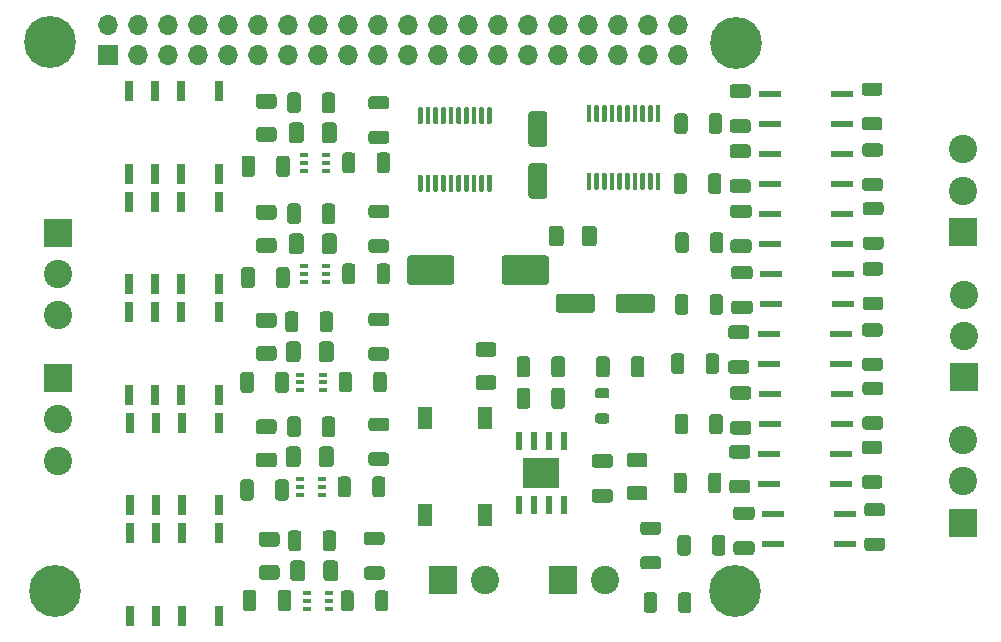
<source format=gbr>
G04 #@! TF.GenerationSoftware,KiCad,Pcbnew,(5.1.9)-1*
G04 #@! TF.CreationDate,2021-06-05T11:28:23-05:00*
G04 #@! TF.ProjectId,RASPBERRY 4 PI HAT,52415350-4245-4525-9259-203420504920,rev?*
G04 #@! TF.SameCoordinates,Original*
G04 #@! TF.FileFunction,Soldermask,Top*
G04 #@! TF.FilePolarity,Negative*
%FSLAX46Y46*%
G04 Gerber Fmt 4.6, Leading zero omitted, Abs format (unit mm)*
G04 Created by KiCad (PCBNEW (5.1.9)-1) date 2021-06-05 11:28:23*
%MOMM*%
%LPD*%
G01*
G04 APERTURE LIST*
%ADD10R,0.800000X1.800000*%
%ADD11C,2.400000*%
%ADD12R,2.400000X2.400000*%
%ADD13R,0.650000X0.400000*%
%ADD14O,1.700000X1.700000*%
%ADD15R,1.700000X1.700000*%
%ADD16C,0.700000*%
%ADD17C,4.400000*%
%ADD18R,1.200000X1.900000*%
%ADD19R,3.100000X2.600000*%
%ADD20R,0.600000X1.550000*%
%ADD21R,1.930000X0.590000*%
G04 APERTURE END LIST*
G36*
G01*
X146495000Y-104085000D02*
X147745000Y-104085000D01*
G75*
G02*
X147995000Y-104335000I0J-250000D01*
G01*
X147995000Y-105085000D01*
G75*
G02*
X147745000Y-105335000I-250000J0D01*
G01*
X146495000Y-105335000D01*
G75*
G02*
X146245000Y-105085000I0J250000D01*
G01*
X146245000Y-104335000D01*
G75*
G02*
X146495000Y-104085000I250000J0D01*
G01*
G37*
G36*
G01*
X146495000Y-101285000D02*
X147745000Y-101285000D01*
G75*
G02*
X147995000Y-101535000I0J-250000D01*
G01*
X147995000Y-102285000D01*
G75*
G02*
X147745000Y-102535000I-250000J0D01*
G01*
X146495000Y-102535000D01*
G75*
G02*
X146245000Y-102285000I0J250000D01*
G01*
X146245000Y-101535000D01*
G75*
G02*
X146495000Y-101285000I250000J0D01*
G01*
G37*
D10*
X124540000Y-98740000D03*
X121340000Y-98740000D03*
X119140000Y-98740000D03*
X116940000Y-98740000D03*
X116940000Y-105740000D03*
X119140000Y-105740000D03*
X121340000Y-105740000D03*
X124540000Y-105740000D03*
G36*
G01*
X129480000Y-123810001D02*
X129480000Y-122509999D01*
G75*
G02*
X129729999Y-122260000I249999J0D01*
G01*
X130380001Y-122260000D01*
G75*
G02*
X130630000Y-122509999I0J-249999D01*
G01*
X130630000Y-123810001D01*
G75*
G02*
X130380001Y-124060000I-249999J0D01*
G01*
X129729999Y-124060000D01*
G75*
G02*
X129480000Y-123810001I0J249999D01*
G01*
G37*
G36*
G01*
X126530000Y-123810001D02*
X126530000Y-122509999D01*
G75*
G02*
X126779999Y-122260000I249999J0D01*
G01*
X127430001Y-122260000D01*
G75*
G02*
X127680000Y-122509999I0J-249999D01*
G01*
X127680000Y-123810001D01*
G75*
G02*
X127430001Y-124060000I-249999J0D01*
G01*
X126779999Y-124060000D01*
G75*
G02*
X126530000Y-123810001I0J249999D01*
G01*
G37*
G36*
G01*
X129280000Y-105350001D02*
X129280000Y-104049999D01*
G75*
G02*
X129529999Y-103800000I249999J0D01*
G01*
X130180001Y-103800000D01*
G75*
G02*
X130430000Y-104049999I0J-249999D01*
G01*
X130430000Y-105350001D01*
G75*
G02*
X130180001Y-105600000I-249999J0D01*
G01*
X129529999Y-105600000D01*
G75*
G02*
X129280000Y-105350001I0J249999D01*
G01*
G37*
G36*
G01*
X126330000Y-105350001D02*
X126330000Y-104049999D01*
G75*
G02*
X126579999Y-103800000I249999J0D01*
G01*
X127230001Y-103800000D01*
G75*
G02*
X127480000Y-104049999I0J-249999D01*
G01*
X127480000Y-105350001D01*
G75*
G02*
X127230001Y-105600000I-249999J0D01*
G01*
X126579999Y-105600000D01*
G75*
G02*
X126330000Y-105350001I0J249999D01*
G01*
G37*
G36*
G01*
X129380000Y-87050001D02*
X129380000Y-85749999D01*
G75*
G02*
X129629999Y-85500000I249999J0D01*
G01*
X130280001Y-85500000D01*
G75*
G02*
X130530000Y-85749999I0J-249999D01*
G01*
X130530000Y-87050001D01*
G75*
G02*
X130280001Y-87300000I-249999J0D01*
G01*
X129629999Y-87300000D01*
G75*
G02*
X129380000Y-87050001I0J249999D01*
G01*
G37*
G36*
G01*
X126430000Y-87050001D02*
X126430000Y-85749999D01*
G75*
G02*
X126679999Y-85500000I249999J0D01*
G01*
X127330001Y-85500000D01*
G75*
G02*
X127580000Y-85749999I0J-249999D01*
G01*
X127580000Y-87050001D01*
G75*
G02*
X127330001Y-87300000I-249999J0D01*
G01*
X126679999Y-87300000D01*
G75*
G02*
X126430000Y-87050001I0J249999D01*
G01*
G37*
G36*
G01*
X129350000Y-96470001D02*
X129350000Y-95169999D01*
G75*
G02*
X129599999Y-94920000I249999J0D01*
G01*
X130250001Y-94920000D01*
G75*
G02*
X130500000Y-95169999I0J-249999D01*
G01*
X130500000Y-96470001D01*
G75*
G02*
X130250001Y-96720000I-249999J0D01*
G01*
X129599999Y-96720000D01*
G75*
G02*
X129350000Y-96470001I0J249999D01*
G01*
G37*
G36*
G01*
X126400000Y-96470001D02*
X126400000Y-95169999D01*
G75*
G02*
X126649999Y-94920000I249999J0D01*
G01*
X127300001Y-94920000D01*
G75*
G02*
X127550000Y-95169999I0J-249999D01*
G01*
X127550000Y-96470001D01*
G75*
G02*
X127300001Y-96720000I-249999J0D01*
G01*
X126649999Y-96720000D01*
G75*
G02*
X126400000Y-96470001I0J249999D01*
G01*
G37*
G36*
G01*
X129270000Y-114450001D02*
X129270000Y-113149999D01*
G75*
G02*
X129519999Y-112900000I249999J0D01*
G01*
X130170001Y-112900000D01*
G75*
G02*
X130420000Y-113149999I0J-249999D01*
G01*
X130420000Y-114450001D01*
G75*
G02*
X130170001Y-114700000I-249999J0D01*
G01*
X129519999Y-114700000D01*
G75*
G02*
X129270000Y-114450001I0J249999D01*
G01*
G37*
G36*
G01*
X126320000Y-114450001D02*
X126320000Y-113149999D01*
G75*
G02*
X126569999Y-112900000I249999J0D01*
G01*
X127220001Y-112900000D01*
G75*
G02*
X127470000Y-113149999I0J-249999D01*
G01*
X127470000Y-114450001D01*
G75*
G02*
X127220001Y-114700000I-249999J0D01*
G01*
X126569999Y-114700000D01*
G75*
G02*
X126320000Y-114450001I0J249999D01*
G01*
G37*
G36*
G01*
X148460000Y-96190000D02*
X148460000Y-94190000D01*
G75*
G02*
X148710000Y-93940000I250000J0D01*
G01*
X152210000Y-93940000D01*
G75*
G02*
X152460000Y-94190000I0J-250000D01*
G01*
X152460000Y-96190000D01*
G75*
G02*
X152210000Y-96440000I-250000J0D01*
G01*
X148710000Y-96440000D01*
G75*
G02*
X148460000Y-96190000I0J250000D01*
G01*
G37*
G36*
G01*
X140460000Y-96190000D02*
X140460000Y-94190000D01*
G75*
G02*
X140710000Y-93940000I250000J0D01*
G01*
X144210000Y-93940000D01*
G75*
G02*
X144460000Y-94190000I0J-250000D01*
G01*
X144460000Y-96190000D01*
G75*
G02*
X144210000Y-96440000I-250000J0D01*
G01*
X140710000Y-96440000D01*
G75*
G02*
X140460000Y-96190000I0J250000D01*
G01*
G37*
G36*
G01*
X158105000Y-98550000D02*
X158105000Y-97450000D01*
G75*
G02*
X158355000Y-97200000I250000J0D01*
G01*
X161180000Y-97200000D01*
G75*
G02*
X161430000Y-97450000I0J-250000D01*
G01*
X161430000Y-98550000D01*
G75*
G02*
X161180000Y-98800000I-250000J0D01*
G01*
X158355000Y-98800000D01*
G75*
G02*
X158105000Y-98550000I0J250000D01*
G01*
G37*
G36*
G01*
X153030000Y-98550000D02*
X153030000Y-97450000D01*
G75*
G02*
X153280000Y-97200000I250000J0D01*
G01*
X156105000Y-97200000D01*
G75*
G02*
X156355000Y-97450000I0J-250000D01*
G01*
X156355000Y-98550000D01*
G75*
G02*
X156105000Y-98800000I-250000J0D01*
G01*
X153280000Y-98800000D01*
G75*
G02*
X153030000Y-98550000I0J250000D01*
G01*
G37*
G36*
G01*
X166072500Y-98725003D02*
X166072500Y-97474997D01*
G75*
G02*
X166322497Y-97225000I249997J0D01*
G01*
X166947503Y-97225000D01*
G75*
G02*
X167197500Y-97474997I0J-249997D01*
G01*
X167197500Y-98725003D01*
G75*
G02*
X166947503Y-98975000I-249997J0D01*
G01*
X166322497Y-98975000D01*
G75*
G02*
X166072500Y-98725003I0J249997D01*
G01*
G37*
G36*
G01*
X163147500Y-98725003D02*
X163147500Y-97474997D01*
G75*
G02*
X163397497Y-97225000I249997J0D01*
G01*
X164022503Y-97225000D01*
G75*
G02*
X164272500Y-97474997I0J-249997D01*
G01*
X164272500Y-98725003D01*
G75*
G02*
X164022503Y-98975000I-249997J0D01*
G01*
X163397497Y-98975000D01*
G75*
G02*
X163147500Y-98725003I0J249997D01*
G01*
G37*
D11*
X187560000Y-97280000D03*
X187560000Y-100780000D03*
D12*
X187560000Y-104280000D03*
G36*
G01*
X147315000Y-87095000D02*
X147515000Y-87095000D01*
G75*
G02*
X147615000Y-87195000I0J-100000D01*
G01*
X147615000Y-88470000D01*
G75*
G02*
X147515000Y-88570000I-100000J0D01*
G01*
X147315000Y-88570000D01*
G75*
G02*
X147215000Y-88470000I0J100000D01*
G01*
X147215000Y-87195000D01*
G75*
G02*
X147315000Y-87095000I100000J0D01*
G01*
G37*
G36*
G01*
X146665000Y-87095000D02*
X146865000Y-87095000D01*
G75*
G02*
X146965000Y-87195000I0J-100000D01*
G01*
X146965000Y-88470000D01*
G75*
G02*
X146865000Y-88570000I-100000J0D01*
G01*
X146665000Y-88570000D01*
G75*
G02*
X146565000Y-88470000I0J100000D01*
G01*
X146565000Y-87195000D01*
G75*
G02*
X146665000Y-87095000I100000J0D01*
G01*
G37*
G36*
G01*
X146015000Y-87095000D02*
X146215000Y-87095000D01*
G75*
G02*
X146315000Y-87195000I0J-100000D01*
G01*
X146315000Y-88470000D01*
G75*
G02*
X146215000Y-88570000I-100000J0D01*
G01*
X146015000Y-88570000D01*
G75*
G02*
X145915000Y-88470000I0J100000D01*
G01*
X145915000Y-87195000D01*
G75*
G02*
X146015000Y-87095000I100000J0D01*
G01*
G37*
G36*
G01*
X145365000Y-87095000D02*
X145565000Y-87095000D01*
G75*
G02*
X145665000Y-87195000I0J-100000D01*
G01*
X145665000Y-88470000D01*
G75*
G02*
X145565000Y-88570000I-100000J0D01*
G01*
X145365000Y-88570000D01*
G75*
G02*
X145265000Y-88470000I0J100000D01*
G01*
X145265000Y-87195000D01*
G75*
G02*
X145365000Y-87095000I100000J0D01*
G01*
G37*
G36*
G01*
X144715000Y-87095000D02*
X144915000Y-87095000D01*
G75*
G02*
X145015000Y-87195000I0J-100000D01*
G01*
X145015000Y-88470000D01*
G75*
G02*
X144915000Y-88570000I-100000J0D01*
G01*
X144715000Y-88570000D01*
G75*
G02*
X144615000Y-88470000I0J100000D01*
G01*
X144615000Y-87195000D01*
G75*
G02*
X144715000Y-87095000I100000J0D01*
G01*
G37*
G36*
G01*
X144065000Y-87095000D02*
X144265000Y-87095000D01*
G75*
G02*
X144365000Y-87195000I0J-100000D01*
G01*
X144365000Y-88470000D01*
G75*
G02*
X144265000Y-88570000I-100000J0D01*
G01*
X144065000Y-88570000D01*
G75*
G02*
X143965000Y-88470000I0J100000D01*
G01*
X143965000Y-87195000D01*
G75*
G02*
X144065000Y-87095000I100000J0D01*
G01*
G37*
G36*
G01*
X143415000Y-87095000D02*
X143615000Y-87095000D01*
G75*
G02*
X143715000Y-87195000I0J-100000D01*
G01*
X143715000Y-88470000D01*
G75*
G02*
X143615000Y-88570000I-100000J0D01*
G01*
X143415000Y-88570000D01*
G75*
G02*
X143315000Y-88470000I0J100000D01*
G01*
X143315000Y-87195000D01*
G75*
G02*
X143415000Y-87095000I100000J0D01*
G01*
G37*
G36*
G01*
X142765000Y-87095000D02*
X142965000Y-87095000D01*
G75*
G02*
X143065000Y-87195000I0J-100000D01*
G01*
X143065000Y-88470000D01*
G75*
G02*
X142965000Y-88570000I-100000J0D01*
G01*
X142765000Y-88570000D01*
G75*
G02*
X142665000Y-88470000I0J100000D01*
G01*
X142665000Y-87195000D01*
G75*
G02*
X142765000Y-87095000I100000J0D01*
G01*
G37*
G36*
G01*
X142115000Y-87095000D02*
X142315000Y-87095000D01*
G75*
G02*
X142415000Y-87195000I0J-100000D01*
G01*
X142415000Y-88470000D01*
G75*
G02*
X142315000Y-88570000I-100000J0D01*
G01*
X142115000Y-88570000D01*
G75*
G02*
X142015000Y-88470000I0J100000D01*
G01*
X142015000Y-87195000D01*
G75*
G02*
X142115000Y-87095000I100000J0D01*
G01*
G37*
G36*
G01*
X141465000Y-87095000D02*
X141665000Y-87095000D01*
G75*
G02*
X141765000Y-87195000I0J-100000D01*
G01*
X141765000Y-88470000D01*
G75*
G02*
X141665000Y-88570000I-100000J0D01*
G01*
X141465000Y-88570000D01*
G75*
G02*
X141365000Y-88470000I0J100000D01*
G01*
X141365000Y-87195000D01*
G75*
G02*
X141465000Y-87095000I100000J0D01*
G01*
G37*
G36*
G01*
X141465000Y-81370000D02*
X141665000Y-81370000D01*
G75*
G02*
X141765000Y-81470000I0J-100000D01*
G01*
X141765000Y-82745000D01*
G75*
G02*
X141665000Y-82845000I-100000J0D01*
G01*
X141465000Y-82845000D01*
G75*
G02*
X141365000Y-82745000I0J100000D01*
G01*
X141365000Y-81470000D01*
G75*
G02*
X141465000Y-81370000I100000J0D01*
G01*
G37*
G36*
G01*
X142115000Y-81370000D02*
X142315000Y-81370000D01*
G75*
G02*
X142415000Y-81470000I0J-100000D01*
G01*
X142415000Y-82745000D01*
G75*
G02*
X142315000Y-82845000I-100000J0D01*
G01*
X142115000Y-82845000D01*
G75*
G02*
X142015000Y-82745000I0J100000D01*
G01*
X142015000Y-81470000D01*
G75*
G02*
X142115000Y-81370000I100000J0D01*
G01*
G37*
G36*
G01*
X142765000Y-81370000D02*
X142965000Y-81370000D01*
G75*
G02*
X143065000Y-81470000I0J-100000D01*
G01*
X143065000Y-82745000D01*
G75*
G02*
X142965000Y-82845000I-100000J0D01*
G01*
X142765000Y-82845000D01*
G75*
G02*
X142665000Y-82745000I0J100000D01*
G01*
X142665000Y-81470000D01*
G75*
G02*
X142765000Y-81370000I100000J0D01*
G01*
G37*
G36*
G01*
X143415000Y-81370000D02*
X143615000Y-81370000D01*
G75*
G02*
X143715000Y-81470000I0J-100000D01*
G01*
X143715000Y-82745000D01*
G75*
G02*
X143615000Y-82845000I-100000J0D01*
G01*
X143415000Y-82845000D01*
G75*
G02*
X143315000Y-82745000I0J100000D01*
G01*
X143315000Y-81470000D01*
G75*
G02*
X143415000Y-81370000I100000J0D01*
G01*
G37*
G36*
G01*
X144065000Y-81370000D02*
X144265000Y-81370000D01*
G75*
G02*
X144365000Y-81470000I0J-100000D01*
G01*
X144365000Y-82745000D01*
G75*
G02*
X144265000Y-82845000I-100000J0D01*
G01*
X144065000Y-82845000D01*
G75*
G02*
X143965000Y-82745000I0J100000D01*
G01*
X143965000Y-81470000D01*
G75*
G02*
X144065000Y-81370000I100000J0D01*
G01*
G37*
G36*
G01*
X144715000Y-81370000D02*
X144915000Y-81370000D01*
G75*
G02*
X145015000Y-81470000I0J-100000D01*
G01*
X145015000Y-82745000D01*
G75*
G02*
X144915000Y-82845000I-100000J0D01*
G01*
X144715000Y-82845000D01*
G75*
G02*
X144615000Y-82745000I0J100000D01*
G01*
X144615000Y-81470000D01*
G75*
G02*
X144715000Y-81370000I100000J0D01*
G01*
G37*
G36*
G01*
X145365000Y-81370000D02*
X145565000Y-81370000D01*
G75*
G02*
X145665000Y-81470000I0J-100000D01*
G01*
X145665000Y-82745000D01*
G75*
G02*
X145565000Y-82845000I-100000J0D01*
G01*
X145365000Y-82845000D01*
G75*
G02*
X145265000Y-82745000I0J100000D01*
G01*
X145265000Y-81470000D01*
G75*
G02*
X145365000Y-81370000I100000J0D01*
G01*
G37*
G36*
G01*
X146015000Y-81370000D02*
X146215000Y-81370000D01*
G75*
G02*
X146315000Y-81470000I0J-100000D01*
G01*
X146315000Y-82745000D01*
G75*
G02*
X146215000Y-82845000I-100000J0D01*
G01*
X146015000Y-82845000D01*
G75*
G02*
X145915000Y-82745000I0J100000D01*
G01*
X145915000Y-81470000D01*
G75*
G02*
X146015000Y-81370000I100000J0D01*
G01*
G37*
G36*
G01*
X146665000Y-81370000D02*
X146865000Y-81370000D01*
G75*
G02*
X146965000Y-81470000I0J-100000D01*
G01*
X146965000Y-82745000D01*
G75*
G02*
X146865000Y-82845000I-100000J0D01*
G01*
X146665000Y-82845000D01*
G75*
G02*
X146565000Y-82745000I0J100000D01*
G01*
X146565000Y-81470000D01*
G75*
G02*
X146665000Y-81370000I100000J0D01*
G01*
G37*
G36*
G01*
X147315000Y-81370000D02*
X147515000Y-81370000D01*
G75*
G02*
X147615000Y-81470000I0J-100000D01*
G01*
X147615000Y-82745000D01*
G75*
G02*
X147515000Y-82845000I-100000J0D01*
G01*
X147315000Y-82845000D01*
G75*
G02*
X147215000Y-82745000I0J100000D01*
G01*
X147215000Y-81470000D01*
G75*
G02*
X147315000Y-81370000I100000J0D01*
G01*
G37*
G36*
G01*
X161595000Y-86935000D02*
X161795000Y-86935000D01*
G75*
G02*
X161895000Y-87035000I0J-100000D01*
G01*
X161895000Y-88310000D01*
G75*
G02*
X161795000Y-88410000I-100000J0D01*
G01*
X161595000Y-88410000D01*
G75*
G02*
X161495000Y-88310000I0J100000D01*
G01*
X161495000Y-87035000D01*
G75*
G02*
X161595000Y-86935000I100000J0D01*
G01*
G37*
G36*
G01*
X160945000Y-86935000D02*
X161145000Y-86935000D01*
G75*
G02*
X161245000Y-87035000I0J-100000D01*
G01*
X161245000Y-88310000D01*
G75*
G02*
X161145000Y-88410000I-100000J0D01*
G01*
X160945000Y-88410000D01*
G75*
G02*
X160845000Y-88310000I0J100000D01*
G01*
X160845000Y-87035000D01*
G75*
G02*
X160945000Y-86935000I100000J0D01*
G01*
G37*
G36*
G01*
X160295000Y-86935000D02*
X160495000Y-86935000D01*
G75*
G02*
X160595000Y-87035000I0J-100000D01*
G01*
X160595000Y-88310000D01*
G75*
G02*
X160495000Y-88410000I-100000J0D01*
G01*
X160295000Y-88410000D01*
G75*
G02*
X160195000Y-88310000I0J100000D01*
G01*
X160195000Y-87035000D01*
G75*
G02*
X160295000Y-86935000I100000J0D01*
G01*
G37*
G36*
G01*
X159645000Y-86935000D02*
X159845000Y-86935000D01*
G75*
G02*
X159945000Y-87035000I0J-100000D01*
G01*
X159945000Y-88310000D01*
G75*
G02*
X159845000Y-88410000I-100000J0D01*
G01*
X159645000Y-88410000D01*
G75*
G02*
X159545000Y-88310000I0J100000D01*
G01*
X159545000Y-87035000D01*
G75*
G02*
X159645000Y-86935000I100000J0D01*
G01*
G37*
G36*
G01*
X158995000Y-86935000D02*
X159195000Y-86935000D01*
G75*
G02*
X159295000Y-87035000I0J-100000D01*
G01*
X159295000Y-88310000D01*
G75*
G02*
X159195000Y-88410000I-100000J0D01*
G01*
X158995000Y-88410000D01*
G75*
G02*
X158895000Y-88310000I0J100000D01*
G01*
X158895000Y-87035000D01*
G75*
G02*
X158995000Y-86935000I100000J0D01*
G01*
G37*
G36*
G01*
X158345000Y-86935000D02*
X158545000Y-86935000D01*
G75*
G02*
X158645000Y-87035000I0J-100000D01*
G01*
X158645000Y-88310000D01*
G75*
G02*
X158545000Y-88410000I-100000J0D01*
G01*
X158345000Y-88410000D01*
G75*
G02*
X158245000Y-88310000I0J100000D01*
G01*
X158245000Y-87035000D01*
G75*
G02*
X158345000Y-86935000I100000J0D01*
G01*
G37*
G36*
G01*
X157695000Y-86935000D02*
X157895000Y-86935000D01*
G75*
G02*
X157995000Y-87035000I0J-100000D01*
G01*
X157995000Y-88310000D01*
G75*
G02*
X157895000Y-88410000I-100000J0D01*
G01*
X157695000Y-88410000D01*
G75*
G02*
X157595000Y-88310000I0J100000D01*
G01*
X157595000Y-87035000D01*
G75*
G02*
X157695000Y-86935000I100000J0D01*
G01*
G37*
G36*
G01*
X157045000Y-86935000D02*
X157245000Y-86935000D01*
G75*
G02*
X157345000Y-87035000I0J-100000D01*
G01*
X157345000Y-88310000D01*
G75*
G02*
X157245000Y-88410000I-100000J0D01*
G01*
X157045000Y-88410000D01*
G75*
G02*
X156945000Y-88310000I0J100000D01*
G01*
X156945000Y-87035000D01*
G75*
G02*
X157045000Y-86935000I100000J0D01*
G01*
G37*
G36*
G01*
X156395000Y-86935000D02*
X156595000Y-86935000D01*
G75*
G02*
X156695000Y-87035000I0J-100000D01*
G01*
X156695000Y-88310000D01*
G75*
G02*
X156595000Y-88410000I-100000J0D01*
G01*
X156395000Y-88410000D01*
G75*
G02*
X156295000Y-88310000I0J100000D01*
G01*
X156295000Y-87035000D01*
G75*
G02*
X156395000Y-86935000I100000J0D01*
G01*
G37*
G36*
G01*
X155745000Y-86935000D02*
X155945000Y-86935000D01*
G75*
G02*
X156045000Y-87035000I0J-100000D01*
G01*
X156045000Y-88310000D01*
G75*
G02*
X155945000Y-88410000I-100000J0D01*
G01*
X155745000Y-88410000D01*
G75*
G02*
X155645000Y-88310000I0J100000D01*
G01*
X155645000Y-87035000D01*
G75*
G02*
X155745000Y-86935000I100000J0D01*
G01*
G37*
G36*
G01*
X155745000Y-81210000D02*
X155945000Y-81210000D01*
G75*
G02*
X156045000Y-81310000I0J-100000D01*
G01*
X156045000Y-82585000D01*
G75*
G02*
X155945000Y-82685000I-100000J0D01*
G01*
X155745000Y-82685000D01*
G75*
G02*
X155645000Y-82585000I0J100000D01*
G01*
X155645000Y-81310000D01*
G75*
G02*
X155745000Y-81210000I100000J0D01*
G01*
G37*
G36*
G01*
X156395000Y-81210000D02*
X156595000Y-81210000D01*
G75*
G02*
X156695000Y-81310000I0J-100000D01*
G01*
X156695000Y-82585000D01*
G75*
G02*
X156595000Y-82685000I-100000J0D01*
G01*
X156395000Y-82685000D01*
G75*
G02*
X156295000Y-82585000I0J100000D01*
G01*
X156295000Y-81310000D01*
G75*
G02*
X156395000Y-81210000I100000J0D01*
G01*
G37*
G36*
G01*
X157045000Y-81210000D02*
X157245000Y-81210000D01*
G75*
G02*
X157345000Y-81310000I0J-100000D01*
G01*
X157345000Y-82585000D01*
G75*
G02*
X157245000Y-82685000I-100000J0D01*
G01*
X157045000Y-82685000D01*
G75*
G02*
X156945000Y-82585000I0J100000D01*
G01*
X156945000Y-81310000D01*
G75*
G02*
X157045000Y-81210000I100000J0D01*
G01*
G37*
G36*
G01*
X157695000Y-81210000D02*
X157895000Y-81210000D01*
G75*
G02*
X157995000Y-81310000I0J-100000D01*
G01*
X157995000Y-82585000D01*
G75*
G02*
X157895000Y-82685000I-100000J0D01*
G01*
X157695000Y-82685000D01*
G75*
G02*
X157595000Y-82585000I0J100000D01*
G01*
X157595000Y-81310000D01*
G75*
G02*
X157695000Y-81210000I100000J0D01*
G01*
G37*
G36*
G01*
X158345000Y-81210000D02*
X158545000Y-81210000D01*
G75*
G02*
X158645000Y-81310000I0J-100000D01*
G01*
X158645000Y-82585000D01*
G75*
G02*
X158545000Y-82685000I-100000J0D01*
G01*
X158345000Y-82685000D01*
G75*
G02*
X158245000Y-82585000I0J100000D01*
G01*
X158245000Y-81310000D01*
G75*
G02*
X158345000Y-81210000I100000J0D01*
G01*
G37*
G36*
G01*
X158995000Y-81210000D02*
X159195000Y-81210000D01*
G75*
G02*
X159295000Y-81310000I0J-100000D01*
G01*
X159295000Y-82585000D01*
G75*
G02*
X159195000Y-82685000I-100000J0D01*
G01*
X158995000Y-82685000D01*
G75*
G02*
X158895000Y-82585000I0J100000D01*
G01*
X158895000Y-81310000D01*
G75*
G02*
X158995000Y-81210000I100000J0D01*
G01*
G37*
G36*
G01*
X159645000Y-81210000D02*
X159845000Y-81210000D01*
G75*
G02*
X159945000Y-81310000I0J-100000D01*
G01*
X159945000Y-82585000D01*
G75*
G02*
X159845000Y-82685000I-100000J0D01*
G01*
X159645000Y-82685000D01*
G75*
G02*
X159545000Y-82585000I0J100000D01*
G01*
X159545000Y-81310000D01*
G75*
G02*
X159645000Y-81210000I100000J0D01*
G01*
G37*
G36*
G01*
X160295000Y-81210000D02*
X160495000Y-81210000D01*
G75*
G02*
X160595000Y-81310000I0J-100000D01*
G01*
X160595000Y-82585000D01*
G75*
G02*
X160495000Y-82685000I-100000J0D01*
G01*
X160295000Y-82685000D01*
G75*
G02*
X160195000Y-82585000I0J100000D01*
G01*
X160195000Y-81310000D01*
G75*
G02*
X160295000Y-81210000I100000J0D01*
G01*
G37*
G36*
G01*
X160945000Y-81210000D02*
X161145000Y-81210000D01*
G75*
G02*
X161245000Y-81310000I0J-100000D01*
G01*
X161245000Y-82585000D01*
G75*
G02*
X161145000Y-82685000I-100000J0D01*
G01*
X160945000Y-82685000D01*
G75*
G02*
X160845000Y-82585000I0J100000D01*
G01*
X160845000Y-81310000D01*
G75*
G02*
X160945000Y-81210000I100000J0D01*
G01*
G37*
G36*
G01*
X161595000Y-81210000D02*
X161795000Y-81210000D01*
G75*
G02*
X161895000Y-81310000I0J-100000D01*
G01*
X161895000Y-82585000D01*
G75*
G02*
X161795000Y-82685000I-100000J0D01*
G01*
X161595000Y-82685000D01*
G75*
G02*
X161495000Y-82585000I0J100000D01*
G01*
X161495000Y-81310000D01*
G75*
G02*
X161595000Y-81210000I100000J0D01*
G01*
G37*
D10*
X124560000Y-117480000D03*
X121360000Y-117480000D03*
X119160000Y-117480000D03*
X116960000Y-117480000D03*
X116960000Y-124480000D03*
X119160000Y-124480000D03*
X121360000Y-124480000D03*
X124560000Y-124480000D03*
X124560000Y-108100000D03*
X121360000Y-108100000D03*
X119160000Y-108100000D03*
X116960000Y-108100000D03*
X116960000Y-115100000D03*
X119160000Y-115100000D03*
X121360000Y-115100000D03*
X124560000Y-115100000D03*
X124530000Y-89390000D03*
X121330000Y-89390000D03*
X119130000Y-89390000D03*
X116930000Y-89390000D03*
X116930000Y-96390000D03*
X119130000Y-96390000D03*
X121330000Y-96390000D03*
X124530000Y-96390000D03*
X124520000Y-80010000D03*
X121320000Y-80010000D03*
X119120000Y-80010000D03*
X116920000Y-80010000D03*
X116920000Y-87010000D03*
X119120000Y-87010000D03*
X121320000Y-87010000D03*
X124520000Y-87010000D03*
G36*
G01*
X152070000Y-84750000D02*
X150970000Y-84750000D01*
G75*
G02*
X150720000Y-84500000I0J250000D01*
G01*
X150720000Y-82000000D01*
G75*
G02*
X150970000Y-81750000I250000J0D01*
G01*
X152070000Y-81750000D01*
G75*
G02*
X152320000Y-82000000I0J-250000D01*
G01*
X152320000Y-84500000D01*
G75*
G02*
X152070000Y-84750000I-250000J0D01*
G01*
G37*
G36*
G01*
X152070000Y-89150000D02*
X150970000Y-89150000D01*
G75*
G02*
X150720000Y-88900000I0J250000D01*
G01*
X150720000Y-86400000D01*
G75*
G02*
X150970000Y-86150000I250000J0D01*
G01*
X152070000Y-86150000D01*
G75*
G02*
X152320000Y-86400000I0J-250000D01*
G01*
X152320000Y-88900000D01*
G75*
G02*
X152070000Y-89150000I-250000J0D01*
G01*
G37*
G36*
G01*
X135782500Y-104044997D02*
X135782500Y-105295003D01*
G75*
G02*
X135532503Y-105545000I-249997J0D01*
G01*
X134907497Y-105545000D01*
G75*
G02*
X134657500Y-105295003I0J249997D01*
G01*
X134657500Y-104044997D01*
G75*
G02*
X134907497Y-103795000I249997J0D01*
G01*
X135532503Y-103795000D01*
G75*
G02*
X135782500Y-104044997I0J-249997D01*
G01*
G37*
G36*
G01*
X138707500Y-104044997D02*
X138707500Y-105295003D01*
G75*
G02*
X138457503Y-105545000I-249997J0D01*
G01*
X137832497Y-105545000D01*
G75*
G02*
X137582500Y-105295003I0J249997D01*
G01*
X137582500Y-104044997D01*
G75*
G02*
X137832497Y-103795000I249997J0D01*
G01*
X138457503Y-103795000D01*
G75*
G02*
X138707500Y-104044997I0J-249997D01*
G01*
G37*
D13*
X131420000Y-105340000D03*
X131420000Y-104040000D03*
X133320000Y-104690000D03*
X131420000Y-104690000D03*
X133320000Y-104040000D03*
X133320000Y-105340000D03*
D14*
X163390000Y-74430000D03*
X163390000Y-76970000D03*
X160850000Y-74430000D03*
X160850000Y-76970000D03*
X158310000Y-74430000D03*
X158310000Y-76970000D03*
X155770000Y-74430000D03*
X155770000Y-76970000D03*
X153230000Y-74430000D03*
X153230000Y-76970000D03*
X150690000Y-74430000D03*
X150690000Y-76970000D03*
X148150000Y-74430000D03*
X148150000Y-76970000D03*
X145610000Y-74430000D03*
X145610000Y-76970000D03*
X143070000Y-74430000D03*
X143070000Y-76970000D03*
X140530000Y-74430000D03*
X140530000Y-76970000D03*
X137990000Y-74430000D03*
X137990000Y-76970000D03*
X135450000Y-74430000D03*
X135450000Y-76970000D03*
X132910000Y-74430000D03*
X132910000Y-76970000D03*
X130370000Y-74430000D03*
X130370000Y-76970000D03*
X127830000Y-74430000D03*
X127830000Y-76970000D03*
X125290000Y-74430000D03*
X125290000Y-76970000D03*
X122750000Y-74430000D03*
X122750000Y-76970000D03*
X120210000Y-74430000D03*
X120210000Y-76970000D03*
X117670000Y-74430000D03*
X117670000Y-76970000D03*
X115130000Y-74430000D03*
D15*
X115130000Y-76970000D03*
D16*
X111802726Y-121157274D03*
X110636000Y-120674000D03*
X109469274Y-121157274D03*
X108986000Y-122324000D03*
X109469274Y-123490726D03*
X110636000Y-123974000D03*
X111802726Y-123490726D03*
X112286000Y-122324000D03*
D17*
X110636000Y-122324000D03*
D16*
X169350726Y-121227274D03*
X168184000Y-120744000D03*
X167017274Y-121227274D03*
X166534000Y-122394000D03*
X167017274Y-123560726D03*
X168184000Y-124044000D03*
X169350726Y-123560726D03*
X169834000Y-122394000D03*
D17*
X168184000Y-122394000D03*
D16*
X169470000Y-74756548D03*
X168303274Y-74273274D03*
X167136548Y-74756548D03*
X166653274Y-75923274D03*
X167136548Y-77090000D03*
X168303274Y-77573274D03*
X169470000Y-77090000D03*
X169953274Y-75923274D03*
D17*
X168303274Y-75923274D03*
D16*
X111366726Y-74713274D03*
X110200000Y-74230000D03*
X109033274Y-74713274D03*
X108550000Y-75880000D03*
X109033274Y-77046726D03*
X110200000Y-77530000D03*
X111366726Y-77046726D03*
X111850000Y-75880000D03*
D17*
X110200000Y-75880000D03*
D18*
X141986000Y-107696000D03*
X147086000Y-107696000D03*
X141986000Y-115946000D03*
X147086000Y-115946000D03*
G36*
G01*
X169298001Y-80620000D02*
X167997999Y-80620000D01*
G75*
G02*
X167748000Y-80370001I0J249999D01*
G01*
X167748000Y-79719999D01*
G75*
G02*
X167997999Y-79470000I249999J0D01*
G01*
X169298001Y-79470000D01*
G75*
G02*
X169548000Y-79719999I0J-249999D01*
G01*
X169548000Y-80370001D01*
G75*
G02*
X169298001Y-80620000I-249999J0D01*
G01*
G37*
G36*
G01*
X169298001Y-83570000D02*
X167997999Y-83570000D01*
G75*
G02*
X167748000Y-83320001I0J249999D01*
G01*
X167748000Y-82669999D01*
G75*
G02*
X167997999Y-82420000I249999J0D01*
G01*
X169298001Y-82420000D01*
G75*
G02*
X169548000Y-82669999I0J-249999D01*
G01*
X169548000Y-83320001D01*
G75*
G02*
X169298001Y-83570000I-249999J0D01*
G01*
G37*
G36*
G01*
X169298001Y-88650000D02*
X167997999Y-88650000D01*
G75*
G02*
X167748000Y-88400001I0J249999D01*
G01*
X167748000Y-87749999D01*
G75*
G02*
X167997999Y-87500000I249999J0D01*
G01*
X169298001Y-87500000D01*
G75*
G02*
X169548000Y-87749999I0J-249999D01*
G01*
X169548000Y-88400001D01*
G75*
G02*
X169298001Y-88650000I-249999J0D01*
G01*
G37*
G36*
G01*
X169298001Y-85700000D02*
X167997999Y-85700000D01*
G75*
G02*
X167748000Y-85450001I0J249999D01*
G01*
X167748000Y-84799999D01*
G75*
G02*
X167997999Y-84550000I249999J0D01*
G01*
X169298001Y-84550000D01*
G75*
G02*
X169548000Y-84799999I0J-249999D01*
G01*
X169548000Y-85450001D01*
G75*
G02*
X169298001Y-85700000I-249999J0D01*
G01*
G37*
G36*
G01*
X169370001Y-90795000D02*
X168069999Y-90795000D01*
G75*
G02*
X167820000Y-90545001I0J249999D01*
G01*
X167820000Y-89894999D01*
G75*
G02*
X168069999Y-89645000I249999J0D01*
G01*
X169370001Y-89645000D01*
G75*
G02*
X169620000Y-89894999I0J-249999D01*
G01*
X169620000Y-90545001D01*
G75*
G02*
X169370001Y-90795000I-249999J0D01*
G01*
G37*
G36*
G01*
X169370001Y-93745000D02*
X168069999Y-93745000D01*
G75*
G02*
X167820000Y-93495001I0J249999D01*
G01*
X167820000Y-92844999D01*
G75*
G02*
X168069999Y-92595000I249999J0D01*
G01*
X169370001Y-92595000D01*
G75*
G02*
X169620000Y-92844999I0J-249999D01*
G01*
X169620000Y-93495001D01*
G75*
G02*
X169370001Y-93745000I-249999J0D01*
G01*
G37*
G36*
G01*
X169450001Y-95975000D02*
X168149999Y-95975000D01*
G75*
G02*
X167900000Y-95725001I0J249999D01*
G01*
X167900000Y-95074999D01*
G75*
G02*
X168149999Y-94825000I249999J0D01*
G01*
X169450001Y-94825000D01*
G75*
G02*
X169700000Y-95074999I0J-249999D01*
G01*
X169700000Y-95725001D01*
G75*
G02*
X169450001Y-95975000I-249999J0D01*
G01*
G37*
G36*
G01*
X169450001Y-98925000D02*
X168149999Y-98925000D01*
G75*
G02*
X167900000Y-98675001I0J249999D01*
G01*
X167900000Y-98024999D01*
G75*
G02*
X168149999Y-97775000I249999J0D01*
G01*
X169450001Y-97775000D01*
G75*
G02*
X169700000Y-98024999I0J-249999D01*
G01*
X169700000Y-98675001D01*
G75*
G02*
X169450001Y-98925000I-249999J0D01*
G01*
G37*
G36*
G01*
X169180001Y-103975000D02*
X167879999Y-103975000D01*
G75*
G02*
X167630000Y-103725001I0J249999D01*
G01*
X167630000Y-103074999D01*
G75*
G02*
X167879999Y-102825000I249999J0D01*
G01*
X169180001Y-102825000D01*
G75*
G02*
X169430000Y-103074999I0J-249999D01*
G01*
X169430000Y-103725001D01*
G75*
G02*
X169180001Y-103975000I-249999J0D01*
G01*
G37*
G36*
G01*
X169180001Y-101025000D02*
X167879999Y-101025000D01*
G75*
G02*
X167630000Y-100775001I0J249999D01*
G01*
X167630000Y-100124999D01*
G75*
G02*
X167879999Y-99875000I249999J0D01*
G01*
X169180001Y-99875000D01*
G75*
G02*
X169430000Y-100124999I0J-249999D01*
G01*
X169430000Y-100775001D01*
G75*
G02*
X169180001Y-101025000I-249999J0D01*
G01*
G37*
G36*
G01*
X169340001Y-109115000D02*
X168039999Y-109115000D01*
G75*
G02*
X167790000Y-108865001I0J249999D01*
G01*
X167790000Y-108214999D01*
G75*
G02*
X168039999Y-107965000I249999J0D01*
G01*
X169340001Y-107965000D01*
G75*
G02*
X169590000Y-108214999I0J-249999D01*
G01*
X169590000Y-108865001D01*
G75*
G02*
X169340001Y-109115000I-249999J0D01*
G01*
G37*
G36*
G01*
X169340001Y-106165000D02*
X168039999Y-106165000D01*
G75*
G02*
X167790000Y-105915001I0J249999D01*
G01*
X167790000Y-105264999D01*
G75*
G02*
X168039999Y-105015000I249999J0D01*
G01*
X169340001Y-105015000D01*
G75*
G02*
X169590000Y-105264999I0J-249999D01*
G01*
X169590000Y-105915001D01*
G75*
G02*
X169340001Y-106165000I-249999J0D01*
G01*
G37*
G36*
G01*
X169260001Y-114095000D02*
X167959999Y-114095000D01*
G75*
G02*
X167710000Y-113845001I0J249999D01*
G01*
X167710000Y-113194999D01*
G75*
G02*
X167959999Y-112945000I249999J0D01*
G01*
X169260001Y-112945000D01*
G75*
G02*
X169510000Y-113194999I0J-249999D01*
G01*
X169510000Y-113845001D01*
G75*
G02*
X169260001Y-114095000I-249999J0D01*
G01*
G37*
G36*
G01*
X169260001Y-111145000D02*
X167959999Y-111145000D01*
G75*
G02*
X167710000Y-110895001I0J249999D01*
G01*
X167710000Y-110244999D01*
G75*
G02*
X167959999Y-109995000I249999J0D01*
G01*
X169260001Y-109995000D01*
G75*
G02*
X169510000Y-110244999I0J-249999D01*
G01*
X169510000Y-110895001D01*
G75*
G02*
X169260001Y-111145000I-249999J0D01*
G01*
G37*
G36*
G01*
X169620001Y-119305000D02*
X168319999Y-119305000D01*
G75*
G02*
X168070000Y-119055001I0J249999D01*
G01*
X168070000Y-118404999D01*
G75*
G02*
X168319999Y-118155000I249999J0D01*
G01*
X169620001Y-118155000D01*
G75*
G02*
X169870000Y-118404999I0J-249999D01*
G01*
X169870000Y-119055001D01*
G75*
G02*
X169620001Y-119305000I-249999J0D01*
G01*
G37*
G36*
G01*
X169620001Y-116355000D02*
X168319999Y-116355000D01*
G75*
G02*
X168070000Y-116105001I0J249999D01*
G01*
X168070000Y-115454999D01*
G75*
G02*
X168319999Y-115205000I249999J0D01*
G01*
X169620001Y-115205000D01*
G75*
G02*
X169870000Y-115454999I0J-249999D01*
G01*
X169870000Y-116105001D01*
G75*
G02*
X169620001Y-116355000I-249999J0D01*
G01*
G37*
G36*
G01*
X152665000Y-104028001D02*
X152665000Y-102727999D01*
G75*
G02*
X152914999Y-102478000I249999J0D01*
G01*
X153565001Y-102478000D01*
G75*
G02*
X153815000Y-102727999I0J-249999D01*
G01*
X153815000Y-104028001D01*
G75*
G02*
X153565001Y-104278000I-249999J0D01*
G01*
X152914999Y-104278000D01*
G75*
G02*
X152665000Y-104028001I0J249999D01*
G01*
G37*
G36*
G01*
X149715000Y-104028001D02*
X149715000Y-102727999D01*
G75*
G02*
X149964999Y-102478000I249999J0D01*
G01*
X150615001Y-102478000D01*
G75*
G02*
X150865000Y-102727999I0J-249999D01*
G01*
X150865000Y-104028001D01*
G75*
G02*
X150615001Y-104278000I-249999J0D01*
G01*
X149964999Y-104278000D01*
G75*
G02*
X149715000Y-104028001I0J249999D01*
G01*
G37*
G36*
G01*
X129149000Y-84321000D02*
X127899000Y-84321000D01*
G75*
G02*
X127649000Y-84071000I0J250000D01*
G01*
X127649000Y-83321000D01*
G75*
G02*
X127899000Y-83071000I250000J0D01*
G01*
X129149000Y-83071000D01*
G75*
G02*
X129399000Y-83321000I0J-250000D01*
G01*
X129399000Y-84071000D01*
G75*
G02*
X129149000Y-84321000I-250000J0D01*
G01*
G37*
G36*
G01*
X129149000Y-81521000D02*
X127899000Y-81521000D01*
G75*
G02*
X127649000Y-81271000I0J250000D01*
G01*
X127649000Y-80521000D01*
G75*
G02*
X127899000Y-80271000I250000J0D01*
G01*
X129149000Y-80271000D01*
G75*
G02*
X129399000Y-80521000I0J-250000D01*
G01*
X129399000Y-81271000D01*
G75*
G02*
X129149000Y-81521000I-250000J0D01*
G01*
G37*
G36*
G01*
X129149000Y-90919000D02*
X127899000Y-90919000D01*
G75*
G02*
X127649000Y-90669000I0J250000D01*
G01*
X127649000Y-89919000D01*
G75*
G02*
X127899000Y-89669000I250000J0D01*
G01*
X129149000Y-89669000D01*
G75*
G02*
X129399000Y-89919000I0J-250000D01*
G01*
X129399000Y-90669000D01*
G75*
G02*
X129149000Y-90919000I-250000J0D01*
G01*
G37*
G36*
G01*
X129149000Y-93719000D02*
X127899000Y-93719000D01*
G75*
G02*
X127649000Y-93469000I0J250000D01*
G01*
X127649000Y-92719000D01*
G75*
G02*
X127899000Y-92469000I250000J0D01*
G01*
X129149000Y-92469000D01*
G75*
G02*
X129399000Y-92719000I0J-250000D01*
G01*
X129399000Y-93469000D01*
G75*
G02*
X129149000Y-93719000I-250000J0D01*
G01*
G37*
G36*
G01*
X129149000Y-111883000D02*
X127899000Y-111883000D01*
G75*
G02*
X127649000Y-111633000I0J250000D01*
G01*
X127649000Y-110883000D01*
G75*
G02*
X127899000Y-110633000I250000J0D01*
G01*
X129149000Y-110633000D01*
G75*
G02*
X129399000Y-110883000I0J-250000D01*
G01*
X129399000Y-111633000D01*
G75*
G02*
X129149000Y-111883000I-250000J0D01*
G01*
G37*
G36*
G01*
X129149000Y-109083000D02*
X127899000Y-109083000D01*
G75*
G02*
X127649000Y-108833000I0J250000D01*
G01*
X127649000Y-108083000D01*
G75*
G02*
X127899000Y-107833000I250000J0D01*
G01*
X129149000Y-107833000D01*
G75*
G02*
X129399000Y-108083000I0J-250000D01*
G01*
X129399000Y-108833000D01*
G75*
G02*
X129149000Y-109083000I-250000J0D01*
G01*
G37*
G36*
G01*
X129403000Y-121405000D02*
X128153000Y-121405000D01*
G75*
G02*
X127903000Y-121155000I0J250000D01*
G01*
X127903000Y-120405000D01*
G75*
G02*
X128153000Y-120155000I250000J0D01*
G01*
X129403000Y-120155000D01*
G75*
G02*
X129653000Y-120405000I0J-250000D01*
G01*
X129653000Y-121155000D01*
G75*
G02*
X129403000Y-121405000I-250000J0D01*
G01*
G37*
G36*
G01*
X129403000Y-118605000D02*
X128153000Y-118605000D01*
G75*
G02*
X127903000Y-118355000I0J250000D01*
G01*
X127903000Y-117605000D01*
G75*
G02*
X128153000Y-117355000I250000J0D01*
G01*
X129403000Y-117355000D01*
G75*
G02*
X129653000Y-117605000I0J-250000D01*
G01*
X129653000Y-118355000D01*
G75*
G02*
X129403000Y-118605000I-250000J0D01*
G01*
G37*
G36*
G01*
X129149000Y-100063000D02*
X127899000Y-100063000D01*
G75*
G02*
X127649000Y-99813000I0J250000D01*
G01*
X127649000Y-99063000D01*
G75*
G02*
X127899000Y-98813000I250000J0D01*
G01*
X129149000Y-98813000D01*
G75*
G02*
X129399000Y-99063000I0J-250000D01*
G01*
X129399000Y-99813000D01*
G75*
G02*
X129149000Y-100063000I-250000J0D01*
G01*
G37*
G36*
G01*
X129149000Y-102863000D02*
X127899000Y-102863000D01*
G75*
G02*
X127649000Y-102613000I0J250000D01*
G01*
X127649000Y-101863000D01*
G75*
G02*
X127899000Y-101613000I250000J0D01*
G01*
X129149000Y-101613000D01*
G75*
G02*
X129399000Y-101863000I0J-250000D01*
G01*
X129399000Y-102613000D01*
G75*
G02*
X129149000Y-102863000I-250000J0D01*
G01*
G37*
G36*
G01*
X152445000Y-92935000D02*
X152445000Y-91685000D01*
G75*
G02*
X152695000Y-91435000I250000J0D01*
G01*
X153445000Y-91435000D01*
G75*
G02*
X153695000Y-91685000I0J-250000D01*
G01*
X153695000Y-92935000D01*
G75*
G02*
X153445000Y-93185000I-250000J0D01*
G01*
X152695000Y-93185000D01*
G75*
G02*
X152445000Y-92935000I0J250000D01*
G01*
G37*
G36*
G01*
X155245000Y-92935000D02*
X155245000Y-91685000D01*
G75*
G02*
X155495000Y-91435000I250000J0D01*
G01*
X156245000Y-91435000D01*
G75*
G02*
X156495000Y-91685000I0J-250000D01*
G01*
X156495000Y-92935000D01*
G75*
G02*
X156245000Y-93185000I-250000J0D01*
G01*
X155495000Y-93185000D01*
G75*
G02*
X155245000Y-92935000I0J250000D01*
G01*
G37*
D13*
X131704000Y-86756000D03*
X131704000Y-85456000D03*
X133604000Y-86106000D03*
X131704000Y-86106000D03*
X133604000Y-85456000D03*
X133604000Y-86756000D03*
X133604000Y-96154000D03*
X133604000Y-94854000D03*
X131704000Y-95504000D03*
X133604000Y-95504000D03*
X131704000Y-94854000D03*
X131704000Y-96154000D03*
X131384000Y-114188000D03*
X131384000Y-112888000D03*
X133284000Y-113538000D03*
X131384000Y-113538000D03*
X133284000Y-112888000D03*
X133284000Y-114188000D03*
X133858000Y-123840000D03*
X133858000Y-122540000D03*
X131958000Y-123190000D03*
X133858000Y-123190000D03*
X131958000Y-122540000D03*
X131958000Y-123840000D03*
G36*
G01*
X179194997Y-79315000D02*
X180445003Y-79315000D01*
G75*
G02*
X180695000Y-79564997I0J-249997D01*
G01*
X180695000Y-80190003D01*
G75*
G02*
X180445003Y-80440000I-249997J0D01*
G01*
X179194997Y-80440000D01*
G75*
G02*
X178945000Y-80190003I0J249997D01*
G01*
X178945000Y-79564997D01*
G75*
G02*
X179194997Y-79315000I249997J0D01*
G01*
G37*
G36*
G01*
X179194997Y-82240000D02*
X180445003Y-82240000D01*
G75*
G02*
X180695000Y-82489997I0J-249997D01*
G01*
X180695000Y-83115003D01*
G75*
G02*
X180445003Y-83365000I-249997J0D01*
G01*
X179194997Y-83365000D01*
G75*
G02*
X178945000Y-83115003I0J249997D01*
G01*
X178945000Y-82489997D01*
G75*
G02*
X179194997Y-82240000I249997J0D01*
G01*
G37*
G36*
G01*
X179234997Y-87380000D02*
X180485003Y-87380000D01*
G75*
G02*
X180735000Y-87629997I0J-249997D01*
G01*
X180735000Y-88255003D01*
G75*
G02*
X180485003Y-88505000I-249997J0D01*
G01*
X179234997Y-88505000D01*
G75*
G02*
X178985000Y-88255003I0J249997D01*
G01*
X178985000Y-87629997D01*
G75*
G02*
X179234997Y-87380000I249997J0D01*
G01*
G37*
G36*
G01*
X179234750Y-84455000D02*
X180485250Y-84455000D01*
G75*
G02*
X180735000Y-84704750I0J-249750D01*
G01*
X180735000Y-85330250D01*
G75*
G02*
X180485250Y-85580000I-249750J0D01*
G01*
X179234750Y-85580000D01*
G75*
G02*
X178985000Y-85330250I0J249750D01*
G01*
X178985000Y-84704750D01*
G75*
G02*
X179234750Y-84455000I249750J0D01*
G01*
G37*
G36*
G01*
X179284750Y-89422500D02*
X180535250Y-89422500D01*
G75*
G02*
X180785000Y-89672250I0J-249750D01*
G01*
X180785000Y-90297750D01*
G75*
G02*
X180535250Y-90547500I-249750J0D01*
G01*
X179284750Y-90547500D01*
G75*
G02*
X179035000Y-90297750I0J249750D01*
G01*
X179035000Y-89672250D01*
G75*
G02*
X179284750Y-89422500I249750J0D01*
G01*
G37*
G36*
G01*
X179284997Y-92347500D02*
X180535003Y-92347500D01*
G75*
G02*
X180785000Y-92597497I0J-249997D01*
G01*
X180785000Y-93222503D01*
G75*
G02*
X180535003Y-93472500I-249997J0D01*
G01*
X179284997Y-93472500D01*
G75*
G02*
X179035000Y-93222503I0J249997D01*
G01*
X179035000Y-92597497D01*
G75*
G02*
X179284997Y-92347500I249997J0D01*
G01*
G37*
G36*
G01*
X179264997Y-97450000D02*
X180515003Y-97450000D01*
G75*
G02*
X180765000Y-97699997I0J-249997D01*
G01*
X180765000Y-98325003D01*
G75*
G02*
X180515003Y-98575000I-249997J0D01*
G01*
X179264997Y-98575000D01*
G75*
G02*
X179015000Y-98325003I0J249997D01*
G01*
X179015000Y-97699997D01*
G75*
G02*
X179264997Y-97450000I249997J0D01*
G01*
G37*
G36*
G01*
X179264750Y-94525000D02*
X180515250Y-94525000D01*
G75*
G02*
X180765000Y-94774750I0J-249750D01*
G01*
X180765000Y-95400250D01*
G75*
G02*
X180515250Y-95650000I-249750J0D01*
G01*
X179264750Y-95650000D01*
G75*
G02*
X179015000Y-95400250I0J249750D01*
G01*
X179015000Y-94774750D01*
G75*
G02*
X179264750Y-94525000I249750J0D01*
G01*
G37*
G36*
G01*
X179214750Y-99685000D02*
X180465250Y-99685000D01*
G75*
G02*
X180715000Y-99934750I0J-249750D01*
G01*
X180715000Y-100560250D01*
G75*
G02*
X180465250Y-100810000I-249750J0D01*
G01*
X179214750Y-100810000D01*
G75*
G02*
X178965000Y-100560250I0J249750D01*
G01*
X178965000Y-99934750D01*
G75*
G02*
X179214750Y-99685000I249750J0D01*
G01*
G37*
G36*
G01*
X179214997Y-102610000D02*
X180465003Y-102610000D01*
G75*
G02*
X180715000Y-102859997I0J-249997D01*
G01*
X180715000Y-103485003D01*
G75*
G02*
X180465003Y-103735000I-249997J0D01*
G01*
X179214997Y-103735000D01*
G75*
G02*
X178965000Y-103485003I0J249997D01*
G01*
X178965000Y-102859997D01*
G75*
G02*
X179214997Y-102610000I249997J0D01*
G01*
G37*
G36*
G01*
X179254997Y-107570000D02*
X180505003Y-107570000D01*
G75*
G02*
X180755000Y-107819997I0J-249997D01*
G01*
X180755000Y-108445003D01*
G75*
G02*
X180505003Y-108695000I-249997J0D01*
G01*
X179254997Y-108695000D01*
G75*
G02*
X179005000Y-108445003I0J249997D01*
G01*
X179005000Y-107819997D01*
G75*
G02*
X179254997Y-107570000I249997J0D01*
G01*
G37*
G36*
G01*
X179254750Y-104645000D02*
X180505250Y-104645000D01*
G75*
G02*
X180755000Y-104894750I0J-249750D01*
G01*
X180755000Y-105520250D01*
G75*
G02*
X180505250Y-105770000I-249750J0D01*
G01*
X179254750Y-105770000D01*
G75*
G02*
X179005000Y-105520250I0J249750D01*
G01*
X179005000Y-104894750D01*
G75*
G02*
X179254750Y-104645000I249750J0D01*
G01*
G37*
G36*
G01*
X179194750Y-109645000D02*
X180445250Y-109645000D01*
G75*
G02*
X180695000Y-109894750I0J-249750D01*
G01*
X180695000Y-110520250D01*
G75*
G02*
X180445250Y-110770000I-249750J0D01*
G01*
X179194750Y-110770000D01*
G75*
G02*
X178945000Y-110520250I0J249750D01*
G01*
X178945000Y-109894750D01*
G75*
G02*
X179194750Y-109645000I249750J0D01*
G01*
G37*
G36*
G01*
X179194997Y-112570000D02*
X180445003Y-112570000D01*
G75*
G02*
X180695000Y-112819997I0J-249997D01*
G01*
X180695000Y-113445003D01*
G75*
G02*
X180445003Y-113695000I-249997J0D01*
G01*
X179194997Y-113695000D01*
G75*
G02*
X178945000Y-113445003I0J249997D01*
G01*
X178945000Y-112819997D01*
G75*
G02*
X179194997Y-112570000I249997J0D01*
G01*
G37*
G36*
G01*
X179414997Y-117840000D02*
X180665003Y-117840000D01*
G75*
G02*
X180915000Y-118089997I0J-249997D01*
G01*
X180915000Y-118715003D01*
G75*
G02*
X180665003Y-118965000I-249997J0D01*
G01*
X179414997Y-118965000D01*
G75*
G02*
X179165000Y-118715003I0J249997D01*
G01*
X179165000Y-118089997D01*
G75*
G02*
X179414997Y-117840000I249997J0D01*
G01*
G37*
G36*
G01*
X179414750Y-114915000D02*
X180665250Y-114915000D01*
G75*
G02*
X180915000Y-115164750I0J-249750D01*
G01*
X180915000Y-115790250D01*
G75*
G02*
X180665250Y-116040000I-249750J0D01*
G01*
X179414750Y-116040000D01*
G75*
G02*
X179165000Y-115790250I0J249750D01*
G01*
X179165000Y-115164750D01*
G75*
G02*
X179414750Y-114915000I249750J0D01*
G01*
G37*
G36*
G01*
X163067000Y-83415003D02*
X163067000Y-82164997D01*
G75*
G02*
X163316997Y-81915000I249997J0D01*
G01*
X163942003Y-81915000D01*
G75*
G02*
X164192000Y-82164997I0J-249997D01*
G01*
X164192000Y-83415003D01*
G75*
G02*
X163942003Y-83665000I-249997J0D01*
G01*
X163316997Y-83665000D01*
G75*
G02*
X163067000Y-83415003I0J249997D01*
G01*
G37*
G36*
G01*
X165992000Y-83415003D02*
X165992000Y-82164997D01*
G75*
G02*
X166241997Y-81915000I249997J0D01*
G01*
X166867003Y-81915000D01*
G75*
G02*
X167117000Y-82164997I0J-249997D01*
G01*
X167117000Y-83415003D01*
G75*
G02*
X166867003Y-83665000I-249997J0D01*
G01*
X166241997Y-83665000D01*
G75*
G02*
X165992000Y-83415003I0J249997D01*
G01*
G37*
G36*
G01*
X163005500Y-88495003D02*
X163005500Y-87244997D01*
G75*
G02*
X163255497Y-86995000I249997J0D01*
G01*
X163880503Y-86995000D01*
G75*
G02*
X164130500Y-87244997I0J-249997D01*
G01*
X164130500Y-88495003D01*
G75*
G02*
X163880503Y-88745000I-249997J0D01*
G01*
X163255497Y-88745000D01*
G75*
G02*
X163005500Y-88495003I0J249997D01*
G01*
G37*
G36*
G01*
X165930500Y-88495003D02*
X165930500Y-87244997D01*
G75*
G02*
X166180497Y-86995000I249997J0D01*
G01*
X166805503Y-86995000D01*
G75*
G02*
X167055500Y-87244997I0J-249997D01*
G01*
X167055500Y-88495003D01*
G75*
G02*
X166805503Y-88745000I-249997J0D01*
G01*
X166180497Y-88745000D01*
G75*
G02*
X165930500Y-88495003I0J249997D01*
G01*
G37*
G36*
G01*
X163167500Y-93495003D02*
X163167500Y-92244997D01*
G75*
G02*
X163417497Y-91995000I249997J0D01*
G01*
X164042503Y-91995000D01*
G75*
G02*
X164292500Y-92244997I0J-249997D01*
G01*
X164292500Y-93495003D01*
G75*
G02*
X164042503Y-93745000I-249997J0D01*
G01*
X163417497Y-93745000D01*
G75*
G02*
X163167500Y-93495003I0J249997D01*
G01*
G37*
G36*
G01*
X166092500Y-93495003D02*
X166092500Y-92244997D01*
G75*
G02*
X166342497Y-91995000I249997J0D01*
G01*
X166967503Y-91995000D01*
G75*
G02*
X167217500Y-92244997I0J-249997D01*
G01*
X167217500Y-93495003D01*
G75*
G02*
X166967503Y-93745000I-249997J0D01*
G01*
X166342497Y-93745000D01*
G75*
G02*
X166092500Y-93495003I0J249997D01*
G01*
G37*
G36*
G01*
X162795000Y-103735003D02*
X162795000Y-102484997D01*
G75*
G02*
X163044997Y-102235000I249997J0D01*
G01*
X163670003Y-102235000D01*
G75*
G02*
X163920000Y-102484997I0J-249997D01*
G01*
X163920000Y-103735003D01*
G75*
G02*
X163670003Y-103985000I-249997J0D01*
G01*
X163044997Y-103985000D01*
G75*
G02*
X162795000Y-103735003I0J249997D01*
G01*
G37*
G36*
G01*
X165720000Y-103735003D02*
X165720000Y-102484997D01*
G75*
G02*
X165969997Y-102235000I249997J0D01*
G01*
X166595003Y-102235000D01*
G75*
G02*
X166845000Y-102484997I0J-249997D01*
G01*
X166845000Y-103735003D01*
G75*
G02*
X166595003Y-103985000I-249997J0D01*
G01*
X165969997Y-103985000D01*
G75*
G02*
X165720000Y-103735003I0J249997D01*
G01*
G37*
G36*
G01*
X166040000Y-108855003D02*
X166040000Y-107604997D01*
G75*
G02*
X166289997Y-107355000I249997J0D01*
G01*
X166915003Y-107355000D01*
G75*
G02*
X167165000Y-107604997I0J-249997D01*
G01*
X167165000Y-108855003D01*
G75*
G02*
X166915003Y-109105000I-249997J0D01*
G01*
X166289997Y-109105000D01*
G75*
G02*
X166040000Y-108855003I0J249997D01*
G01*
G37*
G36*
G01*
X163115000Y-108855003D02*
X163115000Y-107604997D01*
G75*
G02*
X163364997Y-107355000I249997J0D01*
G01*
X163990003Y-107355000D01*
G75*
G02*
X164240000Y-107604997I0J-249997D01*
G01*
X164240000Y-108855003D01*
G75*
G02*
X163990003Y-109105000I-249997J0D01*
G01*
X163364997Y-109105000D01*
G75*
G02*
X163115000Y-108855003I0J249997D01*
G01*
G37*
G36*
G01*
X165932500Y-113835003D02*
X165932500Y-112584997D01*
G75*
G02*
X166182497Y-112335000I249997J0D01*
G01*
X166807503Y-112335000D01*
G75*
G02*
X167057500Y-112584997I0J-249997D01*
G01*
X167057500Y-113835003D01*
G75*
G02*
X166807503Y-114085000I-249997J0D01*
G01*
X166182497Y-114085000D01*
G75*
G02*
X165932500Y-113835003I0J249997D01*
G01*
G37*
G36*
G01*
X163007500Y-113835003D02*
X163007500Y-112584997D01*
G75*
G02*
X163257497Y-112335000I249997J0D01*
G01*
X163882503Y-112335000D01*
G75*
G02*
X164132500Y-112584997I0J-249997D01*
G01*
X164132500Y-113835003D01*
G75*
G02*
X163882503Y-114085000I-249997J0D01*
G01*
X163257497Y-114085000D01*
G75*
G02*
X163007500Y-113835003I0J249997D01*
G01*
G37*
G36*
G01*
X163337500Y-119115003D02*
X163337500Y-117864997D01*
G75*
G02*
X163587497Y-117615000I249997J0D01*
G01*
X164212503Y-117615000D01*
G75*
G02*
X164462500Y-117864997I0J-249997D01*
G01*
X164462500Y-119115003D01*
G75*
G02*
X164212503Y-119365000I-249997J0D01*
G01*
X163587497Y-119365000D01*
G75*
G02*
X163337500Y-119115003I0J249997D01*
G01*
G37*
G36*
G01*
X166262500Y-119115003D02*
X166262500Y-117864997D01*
G75*
G02*
X166512497Y-117615000I249997J0D01*
G01*
X167137503Y-117615000D01*
G75*
G02*
X167387500Y-117864997I0J-249997D01*
G01*
X167387500Y-119115003D01*
G75*
G02*
X167137503Y-119365000I-249997J0D01*
G01*
X166512497Y-119365000D01*
G75*
G02*
X166262500Y-119115003I0J249997D01*
G01*
G37*
G36*
G01*
X160454997Y-119410000D02*
X161705003Y-119410000D01*
G75*
G02*
X161955000Y-119659997I0J-249997D01*
G01*
X161955000Y-120285003D01*
G75*
G02*
X161705003Y-120535000I-249997J0D01*
G01*
X160454997Y-120535000D01*
G75*
G02*
X160205000Y-120285003I0J249997D01*
G01*
X160205000Y-119659997D01*
G75*
G02*
X160454997Y-119410000I249997J0D01*
G01*
G37*
G36*
G01*
X160454997Y-116485000D02*
X161705003Y-116485000D01*
G75*
G02*
X161955000Y-116734997I0J-249997D01*
G01*
X161955000Y-117360003D01*
G75*
G02*
X161705003Y-117610000I-249997J0D01*
G01*
X160454997Y-117610000D01*
G75*
G02*
X160205000Y-117360003I0J249997D01*
G01*
X160205000Y-116734997D01*
G75*
G02*
X160454997Y-116485000I249997J0D01*
G01*
G37*
G36*
G01*
X163400000Y-123965003D02*
X163400000Y-122714997D01*
G75*
G02*
X163649997Y-122465000I249997J0D01*
G01*
X164275003Y-122465000D01*
G75*
G02*
X164525000Y-122714997I0J-249997D01*
G01*
X164525000Y-123965003D01*
G75*
G02*
X164275003Y-124215000I-249997J0D01*
G01*
X163649997Y-124215000D01*
G75*
G02*
X163400000Y-123965003I0J249997D01*
G01*
G37*
G36*
G01*
X160475000Y-123965003D02*
X160475000Y-122714997D01*
G75*
G02*
X160724997Y-122465000I249997J0D01*
G01*
X161350003Y-122465000D01*
G75*
G02*
X161600000Y-122714997I0J-249997D01*
G01*
X161600000Y-123965003D01*
G75*
G02*
X161350003Y-124215000I-249997J0D01*
G01*
X160724997Y-124215000D01*
G75*
G02*
X160475000Y-123965003I0J249997D01*
G01*
G37*
G36*
G01*
X138674003Y-84513500D02*
X137423997Y-84513500D01*
G75*
G02*
X137174000Y-84263503I0J249997D01*
G01*
X137174000Y-83638497D01*
G75*
G02*
X137423997Y-83388500I249997J0D01*
G01*
X138674003Y-83388500D01*
G75*
G02*
X138924000Y-83638497I0J-249997D01*
G01*
X138924000Y-84263503D01*
G75*
G02*
X138674003Y-84513500I-249997J0D01*
G01*
G37*
G36*
G01*
X138674003Y-81588500D02*
X137423997Y-81588500D01*
G75*
G02*
X137174000Y-81338503I0J249997D01*
G01*
X137174000Y-80713497D01*
G75*
G02*
X137423997Y-80463500I249997J0D01*
G01*
X138674003Y-80463500D01*
G75*
G02*
X138924000Y-80713497I0J-249997D01*
G01*
X138924000Y-81338503D01*
G75*
G02*
X138674003Y-81588500I-249997J0D01*
G01*
G37*
G36*
G01*
X138674003Y-90794000D02*
X137423997Y-90794000D01*
G75*
G02*
X137174000Y-90544003I0J249997D01*
G01*
X137174000Y-89918997D01*
G75*
G02*
X137423997Y-89669000I249997J0D01*
G01*
X138674003Y-89669000D01*
G75*
G02*
X138924000Y-89918997I0J-249997D01*
G01*
X138924000Y-90544003D01*
G75*
G02*
X138674003Y-90794000I-249997J0D01*
G01*
G37*
G36*
G01*
X138674003Y-93719000D02*
X137423997Y-93719000D01*
G75*
G02*
X137174000Y-93469003I0J249997D01*
G01*
X137174000Y-92843997D01*
G75*
G02*
X137423997Y-92594000I249997J0D01*
G01*
X138674003Y-92594000D01*
G75*
G02*
X138924000Y-92843997I0J-249997D01*
G01*
X138924000Y-93469003D01*
G75*
G02*
X138674003Y-93719000I-249997J0D01*
G01*
G37*
G36*
G01*
X138674003Y-111753000D02*
X137423997Y-111753000D01*
G75*
G02*
X137174000Y-111503003I0J249997D01*
G01*
X137174000Y-110877997D01*
G75*
G02*
X137423997Y-110628000I249997J0D01*
G01*
X138674003Y-110628000D01*
G75*
G02*
X138924000Y-110877997I0J-249997D01*
G01*
X138924000Y-111503003D01*
G75*
G02*
X138674003Y-111753000I-249997J0D01*
G01*
G37*
G36*
G01*
X138674003Y-108828000D02*
X137423997Y-108828000D01*
G75*
G02*
X137174000Y-108578003I0J249997D01*
G01*
X137174000Y-107952997D01*
G75*
G02*
X137423997Y-107703000I249997J0D01*
G01*
X138674003Y-107703000D01*
G75*
G02*
X138924000Y-107952997I0J-249997D01*
G01*
X138924000Y-108578003D01*
G75*
G02*
X138674003Y-108828000I-249997J0D01*
G01*
G37*
G36*
G01*
X131434000Y-80400997D02*
X131434000Y-81651003D01*
G75*
G02*
X131184003Y-81901000I-249997J0D01*
G01*
X130558997Y-81901000D01*
G75*
G02*
X130309000Y-81651003I0J249997D01*
G01*
X130309000Y-80400997D01*
G75*
G02*
X130558997Y-80151000I249997J0D01*
G01*
X131184003Y-80151000D01*
G75*
G02*
X131434000Y-80400997I0J-249997D01*
G01*
G37*
G36*
G01*
X134359000Y-80400750D02*
X134359000Y-81651250D01*
G75*
G02*
X134109250Y-81901000I-249750J0D01*
G01*
X133483750Y-81901000D01*
G75*
G02*
X133234000Y-81651250I0J249750D01*
G01*
X133234000Y-80400750D01*
G75*
G02*
X133483750Y-80151000I249750J0D01*
G01*
X134109250Y-80151000D01*
G75*
G02*
X134359000Y-80400750I0J-249750D01*
G01*
G37*
G36*
G01*
X136071500Y-85480997D02*
X136071500Y-86731003D01*
G75*
G02*
X135821503Y-86981000I-249997J0D01*
G01*
X135196497Y-86981000D01*
G75*
G02*
X134946500Y-86731003I0J249997D01*
G01*
X134946500Y-85480997D01*
G75*
G02*
X135196497Y-85231000I249997J0D01*
G01*
X135821503Y-85231000D01*
G75*
G02*
X136071500Y-85480997I0J-249997D01*
G01*
G37*
G36*
G01*
X138996500Y-85480997D02*
X138996500Y-86731003D01*
G75*
G02*
X138746503Y-86981000I-249997J0D01*
G01*
X138121497Y-86981000D01*
G75*
G02*
X137871500Y-86731003I0J249997D01*
G01*
X137871500Y-85480997D01*
G75*
G02*
X138121497Y-85231000I249997J0D01*
G01*
X138746503Y-85231000D01*
G75*
G02*
X138996500Y-85480997I0J-249997D01*
G01*
G37*
G36*
G01*
X134359000Y-89798750D02*
X134359000Y-91049250D01*
G75*
G02*
X134109250Y-91299000I-249750J0D01*
G01*
X133483750Y-91299000D01*
G75*
G02*
X133234000Y-91049250I0J249750D01*
G01*
X133234000Y-89798750D01*
G75*
G02*
X133483750Y-89549000I249750J0D01*
G01*
X134109250Y-89549000D01*
G75*
G02*
X134359000Y-89798750I0J-249750D01*
G01*
G37*
G36*
G01*
X131434000Y-89798997D02*
X131434000Y-91049003D01*
G75*
G02*
X131184003Y-91299000I-249997J0D01*
G01*
X130558997Y-91299000D01*
G75*
G02*
X130309000Y-91049003I0J249997D01*
G01*
X130309000Y-89798997D01*
G75*
G02*
X130558997Y-89549000I249997J0D01*
G01*
X131184003Y-89549000D01*
G75*
G02*
X131434000Y-89798997I0J-249997D01*
G01*
G37*
G36*
G01*
X138996500Y-94878997D02*
X138996500Y-96129003D01*
G75*
G02*
X138746503Y-96379000I-249997J0D01*
G01*
X138121497Y-96379000D01*
G75*
G02*
X137871500Y-96129003I0J249997D01*
G01*
X137871500Y-94878997D01*
G75*
G02*
X138121497Y-94629000I249997J0D01*
G01*
X138746503Y-94629000D01*
G75*
G02*
X138996500Y-94878997I0J-249997D01*
G01*
G37*
G36*
G01*
X136071500Y-94878997D02*
X136071500Y-96129003D01*
G75*
G02*
X135821503Y-96379000I-249997J0D01*
G01*
X135196497Y-96379000D01*
G75*
G02*
X134946500Y-96129003I0J249997D01*
G01*
X134946500Y-94878997D01*
G75*
G02*
X135196497Y-94629000I249997J0D01*
G01*
X135821503Y-94629000D01*
G75*
G02*
X136071500Y-94878997I0J-249997D01*
G01*
G37*
G36*
G01*
X131434000Y-107832997D02*
X131434000Y-109083003D01*
G75*
G02*
X131184003Y-109333000I-249997J0D01*
G01*
X130558997Y-109333000D01*
G75*
G02*
X130309000Y-109083003I0J249997D01*
G01*
X130309000Y-107832997D01*
G75*
G02*
X130558997Y-107583000I249997J0D01*
G01*
X131184003Y-107583000D01*
G75*
G02*
X131434000Y-107832997I0J-249997D01*
G01*
G37*
G36*
G01*
X134359000Y-107832750D02*
X134359000Y-109083250D01*
G75*
G02*
X134109250Y-109333000I-249750J0D01*
G01*
X133483750Y-109333000D01*
G75*
G02*
X133234000Y-109083250I0J249750D01*
G01*
X133234000Y-107832750D01*
G75*
G02*
X133483750Y-107583000I249750J0D01*
G01*
X134109250Y-107583000D01*
G75*
G02*
X134359000Y-107832750I0J-249750D01*
G01*
G37*
G36*
G01*
X135686500Y-112912997D02*
X135686500Y-114163003D01*
G75*
G02*
X135436503Y-114413000I-249997J0D01*
G01*
X134811497Y-114413000D01*
G75*
G02*
X134561500Y-114163003I0J249997D01*
G01*
X134561500Y-112912997D01*
G75*
G02*
X134811497Y-112663000I249997J0D01*
G01*
X135436503Y-112663000D01*
G75*
G02*
X135686500Y-112912997I0J-249997D01*
G01*
G37*
G36*
G01*
X138611500Y-112912997D02*
X138611500Y-114163003D01*
G75*
G02*
X138361503Y-114413000I-249997J0D01*
G01*
X137736497Y-114413000D01*
G75*
G02*
X137486500Y-114163003I0J249997D01*
G01*
X137486500Y-112912997D01*
G75*
G02*
X137736497Y-112663000I249997J0D01*
G01*
X138361503Y-112663000D01*
G75*
G02*
X138611500Y-112912997I0J-249997D01*
G01*
G37*
G36*
G01*
X138293003Y-121405000D02*
X137042997Y-121405000D01*
G75*
G02*
X136793000Y-121155003I0J249997D01*
G01*
X136793000Y-120529997D01*
G75*
G02*
X137042997Y-120280000I249997J0D01*
G01*
X138293003Y-120280000D01*
G75*
G02*
X138543000Y-120529997I0J-249997D01*
G01*
X138543000Y-121155003D01*
G75*
G02*
X138293003Y-121405000I-249997J0D01*
G01*
G37*
G36*
G01*
X138293003Y-118480000D02*
X137042997Y-118480000D01*
G75*
G02*
X136793000Y-118230003I0J249997D01*
G01*
X136793000Y-117604997D01*
G75*
G02*
X137042997Y-117355000I249997J0D01*
G01*
X138293003Y-117355000D01*
G75*
G02*
X138543000Y-117604997I0J-249997D01*
G01*
X138543000Y-118230003D01*
G75*
G02*
X138293003Y-118480000I-249997J0D01*
G01*
G37*
G36*
G01*
X138674003Y-99938000D02*
X137423997Y-99938000D01*
G75*
G02*
X137174000Y-99688003I0J249997D01*
G01*
X137174000Y-99062997D01*
G75*
G02*
X137423997Y-98813000I249997J0D01*
G01*
X138674003Y-98813000D01*
G75*
G02*
X138924000Y-99062997I0J-249997D01*
G01*
X138924000Y-99688003D01*
G75*
G02*
X138674003Y-99938000I-249997J0D01*
G01*
G37*
G36*
G01*
X138674003Y-102863000D02*
X137423997Y-102863000D01*
G75*
G02*
X137174000Y-102613003I0J249997D01*
G01*
X137174000Y-101987997D01*
G75*
G02*
X137423997Y-101738000I249997J0D01*
G01*
X138674003Y-101738000D01*
G75*
G02*
X138924000Y-101987997I0J-249997D01*
G01*
X138924000Y-102613003D01*
G75*
G02*
X138674003Y-102863000I-249997J0D01*
G01*
G37*
G36*
G01*
X131495500Y-117484997D02*
X131495500Y-118735003D01*
G75*
G02*
X131245503Y-118985000I-249997J0D01*
G01*
X130620497Y-118985000D01*
G75*
G02*
X130370500Y-118735003I0J249997D01*
G01*
X130370500Y-117484997D01*
G75*
G02*
X130620497Y-117235000I249997J0D01*
G01*
X131245503Y-117235000D01*
G75*
G02*
X131495500Y-117484997I0J-249997D01*
G01*
G37*
G36*
G01*
X134420500Y-117484750D02*
X134420500Y-118735250D01*
G75*
G02*
X134170750Y-118985000I-249750J0D01*
G01*
X133545250Y-118985000D01*
G75*
G02*
X133295500Y-118735250I0J249750D01*
G01*
X133295500Y-117484750D01*
G75*
G02*
X133545250Y-117235000I249750J0D01*
G01*
X134170750Y-117235000D01*
G75*
G02*
X134420500Y-117484750I0J-249750D01*
G01*
G37*
G36*
G01*
X135940500Y-122564997D02*
X135940500Y-123815003D01*
G75*
G02*
X135690503Y-124065000I-249997J0D01*
G01*
X135065497Y-124065000D01*
G75*
G02*
X134815500Y-123815003I0J249997D01*
G01*
X134815500Y-122564997D01*
G75*
G02*
X135065497Y-122315000I249997J0D01*
G01*
X135690503Y-122315000D01*
G75*
G02*
X135940500Y-122564997I0J-249997D01*
G01*
G37*
G36*
G01*
X138865500Y-122564997D02*
X138865500Y-123815003D01*
G75*
G02*
X138615503Y-124065000I-249997J0D01*
G01*
X137990497Y-124065000D01*
G75*
G02*
X137740500Y-123815003I0J249997D01*
G01*
X137740500Y-122564997D01*
G75*
G02*
X137990497Y-122315000I249997J0D01*
G01*
X138615503Y-122315000D01*
G75*
G02*
X138865500Y-122564997I0J-249997D01*
G01*
G37*
G36*
G01*
X134166500Y-98942750D02*
X134166500Y-100193250D01*
G75*
G02*
X133916750Y-100443000I-249750J0D01*
G01*
X133291250Y-100443000D01*
G75*
G02*
X133041500Y-100193250I0J249750D01*
G01*
X133041500Y-98942750D01*
G75*
G02*
X133291250Y-98693000I249750J0D01*
G01*
X133916750Y-98693000D01*
G75*
G02*
X134166500Y-98942750I0J-249750D01*
G01*
G37*
G36*
G01*
X131241500Y-98942997D02*
X131241500Y-100193003D01*
G75*
G02*
X130991503Y-100443000I-249997J0D01*
G01*
X130366497Y-100443000D01*
G75*
G02*
X130116500Y-100193003I0J249997D01*
G01*
X130116500Y-98942997D01*
G75*
G02*
X130366497Y-98693000I249997J0D01*
G01*
X130991503Y-98693000D01*
G75*
G02*
X131241500Y-98942997I0J-249997D01*
G01*
G37*
D19*
X151798000Y-112395000D03*
D20*
X149893000Y-115095000D03*
X151163000Y-115095000D03*
X152433000Y-115095000D03*
X153703000Y-115095000D03*
X153703000Y-109695000D03*
X152433000Y-109695000D03*
X151163000Y-109695000D03*
X149893000Y-109695000D03*
G36*
G01*
X149715000Y-106695001D02*
X149715000Y-105394999D01*
G75*
G02*
X149964999Y-105145000I249999J0D01*
G01*
X150615001Y-105145000D01*
G75*
G02*
X150865000Y-105394999I0J-249999D01*
G01*
X150865000Y-106695001D01*
G75*
G02*
X150615001Y-106945000I-249999J0D01*
G01*
X149964999Y-106945000D01*
G75*
G02*
X149715000Y-106695001I0J249999D01*
G01*
G37*
G36*
G01*
X152665000Y-106695001D02*
X152665000Y-105394999D01*
G75*
G02*
X152914999Y-105145000I249999J0D01*
G01*
X153565001Y-105145000D01*
G75*
G02*
X153815000Y-105394999I0J-249999D01*
G01*
X153815000Y-106695001D01*
G75*
G02*
X153565001Y-106945000I-249999J0D01*
G01*
X152914999Y-106945000D01*
G75*
G02*
X152665000Y-106695001I0J249999D01*
G01*
G37*
G36*
G01*
X156321999Y-110775000D02*
X157622001Y-110775000D01*
G75*
G02*
X157872000Y-111024999I0J-249999D01*
G01*
X157872000Y-111675001D01*
G75*
G02*
X157622001Y-111925000I-249999J0D01*
G01*
X156321999Y-111925000D01*
G75*
G02*
X156072000Y-111675001I0J249999D01*
G01*
X156072000Y-111024999D01*
G75*
G02*
X156321999Y-110775000I249999J0D01*
G01*
G37*
G36*
G01*
X156321999Y-113725000D02*
X157622001Y-113725000D01*
G75*
G02*
X157872000Y-113974999I0J-249999D01*
G01*
X157872000Y-114625001D01*
G75*
G02*
X157622001Y-114875000I-249999J0D01*
G01*
X156321999Y-114875000D01*
G75*
G02*
X156072000Y-114625001I0J249999D01*
G01*
X156072000Y-113974999D01*
G75*
G02*
X156321999Y-113725000I249999J0D01*
G01*
G37*
G36*
G01*
X156446000Y-104028001D02*
X156446000Y-102727999D01*
G75*
G02*
X156695999Y-102478000I249999J0D01*
G01*
X157346001Y-102478000D01*
G75*
G02*
X157596000Y-102727999I0J-249999D01*
G01*
X157596000Y-104028001D01*
G75*
G02*
X157346001Y-104278000I-249999J0D01*
G01*
X156695999Y-104278000D01*
G75*
G02*
X156446000Y-104028001I0J249999D01*
G01*
G37*
G36*
G01*
X159396000Y-104028001D02*
X159396000Y-102727999D01*
G75*
G02*
X159645999Y-102478000I249999J0D01*
G01*
X160296001Y-102478000D01*
G75*
G02*
X160546000Y-102727999I0J-249999D01*
G01*
X160546000Y-104028001D01*
G75*
G02*
X160296001Y-104278000I-249999J0D01*
G01*
X159645999Y-104278000D01*
G75*
G02*
X159396000Y-104028001I0J249999D01*
G01*
G37*
D21*
X171196000Y-82790000D03*
X171196000Y-80250000D03*
X177276000Y-80250000D03*
X177276000Y-82790000D03*
X171188000Y-87870000D03*
X171188000Y-85330000D03*
X177268000Y-85330000D03*
X177268000Y-87870000D03*
X171210000Y-92980000D03*
X171210000Y-90440000D03*
X177290000Y-90440000D03*
X177290000Y-92980000D03*
X177350000Y-98090000D03*
X177350000Y-95550000D03*
X171270000Y-95550000D03*
X171270000Y-98090000D03*
X177180000Y-103150000D03*
X177180000Y-100610000D03*
X171100000Y-100610000D03*
X171100000Y-103150000D03*
X177250000Y-108230000D03*
X177250000Y-105690000D03*
X171170000Y-105690000D03*
X171170000Y-108230000D03*
X177210000Y-113310000D03*
X177210000Y-110770000D03*
X171130000Y-110770000D03*
X171130000Y-113310000D03*
X177530000Y-118350000D03*
X177530000Y-115810000D03*
X171450000Y-115810000D03*
X171450000Y-118350000D03*
D12*
X153670000Y-121412000D03*
D11*
X157170000Y-121412000D03*
D12*
X143510000Y-121412000D03*
D11*
X147010000Y-121412000D03*
G36*
G01*
X159295000Y-113445000D02*
X160545000Y-113445000D01*
G75*
G02*
X160795000Y-113695000I0J-250000D01*
G01*
X160795000Y-114445000D01*
G75*
G02*
X160545000Y-114695000I-250000J0D01*
G01*
X159295000Y-114695000D01*
G75*
G02*
X159045000Y-114445000I0J250000D01*
G01*
X159045000Y-113695000D01*
G75*
G02*
X159295000Y-113445000I250000J0D01*
G01*
G37*
G36*
G01*
X159295000Y-110645000D02*
X160545000Y-110645000D01*
G75*
G02*
X160795000Y-110895000I0J-250000D01*
G01*
X160795000Y-111645000D01*
G75*
G02*
X160545000Y-111895000I-250000J0D01*
G01*
X159295000Y-111895000D01*
G75*
G02*
X159045000Y-111645000I0J250000D01*
G01*
X159045000Y-110895000D01*
G75*
G02*
X159295000Y-110645000I250000J0D01*
G01*
G37*
G36*
G01*
X133239000Y-84191000D02*
X133239000Y-82941000D01*
G75*
G02*
X133489000Y-82691000I250000J0D01*
G01*
X134239000Y-82691000D01*
G75*
G02*
X134489000Y-82941000I0J-250000D01*
G01*
X134489000Y-84191000D01*
G75*
G02*
X134239000Y-84441000I-250000J0D01*
G01*
X133489000Y-84441000D01*
G75*
G02*
X133239000Y-84191000I0J250000D01*
G01*
G37*
G36*
G01*
X130439000Y-84191000D02*
X130439000Y-82941000D01*
G75*
G02*
X130689000Y-82691000I250000J0D01*
G01*
X131439000Y-82691000D01*
G75*
G02*
X131689000Y-82941000I0J-250000D01*
G01*
X131689000Y-84191000D01*
G75*
G02*
X131439000Y-84441000I-250000J0D01*
G01*
X130689000Y-84441000D01*
G75*
G02*
X130439000Y-84191000I0J250000D01*
G01*
G37*
G36*
G01*
X133239000Y-93589000D02*
X133239000Y-92339000D01*
G75*
G02*
X133489000Y-92089000I250000J0D01*
G01*
X134239000Y-92089000D01*
G75*
G02*
X134489000Y-92339000I0J-250000D01*
G01*
X134489000Y-93589000D01*
G75*
G02*
X134239000Y-93839000I-250000J0D01*
G01*
X133489000Y-93839000D01*
G75*
G02*
X133239000Y-93589000I0J250000D01*
G01*
G37*
G36*
G01*
X130439000Y-93589000D02*
X130439000Y-92339000D01*
G75*
G02*
X130689000Y-92089000I250000J0D01*
G01*
X131439000Y-92089000D01*
G75*
G02*
X131689000Y-92339000I0J-250000D01*
G01*
X131689000Y-93589000D01*
G75*
G02*
X131439000Y-93839000I-250000J0D01*
G01*
X130689000Y-93839000D01*
G75*
G02*
X130439000Y-93589000I0J250000D01*
G01*
G37*
G36*
G01*
X130179000Y-111623000D02*
X130179000Y-110373000D01*
G75*
G02*
X130429000Y-110123000I250000J0D01*
G01*
X131179000Y-110123000D01*
G75*
G02*
X131429000Y-110373000I0J-250000D01*
G01*
X131429000Y-111623000D01*
G75*
G02*
X131179000Y-111873000I-250000J0D01*
G01*
X130429000Y-111873000D01*
G75*
G02*
X130179000Y-111623000I0J250000D01*
G01*
G37*
G36*
G01*
X132979000Y-111623000D02*
X132979000Y-110373000D01*
G75*
G02*
X133229000Y-110123000I250000J0D01*
G01*
X133979000Y-110123000D01*
G75*
G02*
X134229000Y-110373000I0J-250000D01*
G01*
X134229000Y-111623000D01*
G75*
G02*
X133979000Y-111873000I-250000J0D01*
G01*
X133229000Y-111873000D01*
G75*
G02*
X132979000Y-111623000I0J250000D01*
G01*
G37*
G36*
G01*
X130563000Y-121275000D02*
X130563000Y-120025000D01*
G75*
G02*
X130813000Y-119775000I250000J0D01*
G01*
X131563000Y-119775000D01*
G75*
G02*
X131813000Y-120025000I0J-250000D01*
G01*
X131813000Y-121275000D01*
G75*
G02*
X131563000Y-121525000I-250000J0D01*
G01*
X130813000Y-121525000D01*
G75*
G02*
X130563000Y-121275000I0J250000D01*
G01*
G37*
G36*
G01*
X133363000Y-121275000D02*
X133363000Y-120025000D01*
G75*
G02*
X133613000Y-119775000I250000J0D01*
G01*
X134363000Y-119775000D01*
G75*
G02*
X134613000Y-120025000I0J-250000D01*
G01*
X134613000Y-121275000D01*
G75*
G02*
X134363000Y-121525000I-250000J0D01*
G01*
X133613000Y-121525000D01*
G75*
G02*
X133363000Y-121275000I0J250000D01*
G01*
G37*
G36*
G01*
X130179000Y-102733000D02*
X130179000Y-101483000D01*
G75*
G02*
X130429000Y-101233000I250000J0D01*
G01*
X131179000Y-101233000D01*
G75*
G02*
X131429000Y-101483000I0J-250000D01*
G01*
X131429000Y-102733000D01*
G75*
G02*
X131179000Y-102983000I-250000J0D01*
G01*
X130429000Y-102983000D01*
G75*
G02*
X130179000Y-102733000I0J250000D01*
G01*
G37*
G36*
G01*
X132979000Y-102733000D02*
X132979000Y-101483000D01*
G75*
G02*
X133229000Y-101233000I250000J0D01*
G01*
X133979000Y-101233000D01*
G75*
G02*
X134229000Y-101483000I0J-250000D01*
G01*
X134229000Y-102733000D01*
G75*
G02*
X133979000Y-102983000I-250000J0D01*
G01*
X133229000Y-102983000D01*
G75*
G02*
X132979000Y-102733000I0J250000D01*
G01*
G37*
G36*
G01*
X157353250Y-108180000D02*
X156590750Y-108180000D01*
G75*
G02*
X156372000Y-107961250I0J218750D01*
G01*
X156372000Y-107523750D01*
G75*
G02*
X156590750Y-107305000I218750J0D01*
G01*
X157353250Y-107305000D01*
G75*
G02*
X157572000Y-107523750I0J-218750D01*
G01*
X157572000Y-107961250D01*
G75*
G02*
X157353250Y-108180000I-218750J0D01*
G01*
G37*
G36*
G01*
X157353250Y-106055000D02*
X156590750Y-106055000D01*
G75*
G02*
X156372000Y-105836250I0J218750D01*
G01*
X156372000Y-105398750D01*
G75*
G02*
X156590750Y-105180000I218750J0D01*
G01*
X157353250Y-105180000D01*
G75*
G02*
X157572000Y-105398750I0J-218750D01*
G01*
X157572000Y-105836250D01*
G75*
G02*
X157353250Y-106055000I-218750J0D01*
G01*
G37*
D12*
X187490000Y-91950000D03*
D11*
X187490000Y-88450000D03*
X187490000Y-84950000D03*
D12*
X187550000Y-116580000D03*
D11*
X187550000Y-113080000D03*
X187550000Y-109580000D03*
X110900000Y-99010000D03*
X110900000Y-95510000D03*
D12*
X110900000Y-92010000D03*
X110890000Y-104310000D03*
D11*
X110890000Y-107810000D03*
X110890000Y-111310000D03*
M02*

</source>
